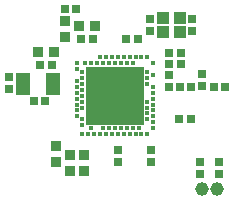
<source format=gts>
G04*
G04 #@! TF.GenerationSoftware,Altium Limited,Altium Designer,19.0.15 (446)*
G04*
G04 Layer_Color=8388736*
%FSLAX24Y24*%
%MOIN*%
G70*
G01*
G75*
%ADD24R,0.0257X0.0296*%
%ADD25R,0.0434X0.0395*%
%ADD26R,0.0296X0.0257*%
%ADD27R,0.0316X0.0257*%
%ADD28R,0.0375X0.0355*%
%ADD29R,0.0454X0.0769*%
%ADD30R,0.1949X0.1949*%
%ADD31C,0.0148*%
%ADD32R,0.0355X0.0375*%
%ADD33C,0.0454*%
D24*
X1174Y2557D02*
D03*
Y2164D02*
D03*
X2574Y2164D02*
D03*
Y2557D02*
D03*
X1792Y699D02*
D03*
Y305D02*
D03*
X2916Y717D02*
D03*
Y323D02*
D03*
X2826Y-2598D02*
D03*
Y-2205D02*
D03*
X3456Y-2205D02*
D03*
Y-2598D02*
D03*
X-3515Y610D02*
D03*
Y217D02*
D03*
X98Y-2215D02*
D03*
Y-1821D02*
D03*
X1191Y-2215D02*
D03*
Y-1821D02*
D03*
D25*
X2160Y2134D02*
D03*
Y2587D02*
D03*
X1589D02*
D03*
Y2134D02*
D03*
D26*
X2205Y1427D02*
D03*
X1811D02*
D03*
X364Y1900D02*
D03*
X758D02*
D03*
X2205Y1073D02*
D03*
X1811D02*
D03*
X2520Y-787D02*
D03*
X2126D02*
D03*
X-2708Y-167D02*
D03*
X-2314D02*
D03*
X-2490Y1033D02*
D03*
X-2096D02*
D03*
X-1127Y1900D02*
D03*
X-733D02*
D03*
D27*
X2539Y302D02*
D03*
X2165Y302D02*
D03*
X3667Y302D02*
D03*
X3293D02*
D03*
X-1299Y2904D02*
D03*
X-1673D02*
D03*
D28*
Y1959D02*
D03*
Y2490D02*
D03*
X-1033Y-1969D02*
D03*
Y-2500D02*
D03*
X-1496Y-1969D02*
D03*
Y-2500D02*
D03*
X-1963Y-1683D02*
D03*
Y-2215D02*
D03*
D29*
X-3062Y404D02*
D03*
X-2078D02*
D03*
D30*
X0Y0D02*
D03*
D31*
X1083Y-1280D02*
D03*
X886D02*
D03*
X689D02*
D03*
X492D02*
D03*
X295D02*
D03*
X98D02*
D03*
X-98D02*
D03*
X-295D02*
D03*
X-492D02*
D03*
X-689D02*
D03*
X-886D02*
D03*
X-1083D02*
D03*
X1280Y-1083D02*
D03*
X787D02*
D03*
X591D02*
D03*
X394D02*
D03*
X197D02*
D03*
X0D02*
D03*
X-197D02*
D03*
X-394D02*
D03*
X-787D02*
D03*
X-1083Y-984D02*
D03*
X1280Y-886D02*
D03*
X1083Y-787D02*
D03*
X-1083D02*
D03*
X1280Y-689D02*
D03*
X-1280D02*
D03*
X1083Y-591D02*
D03*
X1280Y-492D02*
D03*
X-1280D02*
D03*
X1083Y-394D02*
D03*
X-1083D02*
D03*
X1280Y-295D02*
D03*
X-1280D02*
D03*
X1083Y-197D02*
D03*
X-1083D02*
D03*
X1280Y-98D02*
D03*
X-1280D02*
D03*
X-1083Y0D02*
D03*
X1280Y98D02*
D03*
X-1280D02*
D03*
X-1083Y197D02*
D03*
X1280Y295D02*
D03*
X-1280D02*
D03*
X1083Y394D02*
D03*
X-1083D02*
D03*
X-1280Y492D02*
D03*
X1083Y591D02*
D03*
X-1083D02*
D03*
X1280Y689D02*
D03*
X-1083Y787D02*
D03*
X-1280Y886D02*
D03*
X1083Y787D02*
D03*
X1280Y1083D02*
D03*
X591D02*
D03*
X394D02*
D03*
X197D02*
D03*
X0D02*
D03*
X-197D02*
D03*
X-394D02*
D03*
X-591D02*
D03*
X-787D02*
D03*
X-984D02*
D03*
X-1280D02*
D03*
X1083Y1280D02*
D03*
X689D02*
D03*
X492D02*
D03*
X295D02*
D03*
X98D02*
D03*
X-98D02*
D03*
X-295D02*
D03*
X-492D02*
D03*
X886D02*
D03*
D32*
X-2018Y1467D02*
D03*
X-2549D02*
D03*
X-1191Y2309D02*
D03*
X-659D02*
D03*
D33*
X2906Y-3122D02*
D03*
X3406D02*
D03*
M02*

</source>
